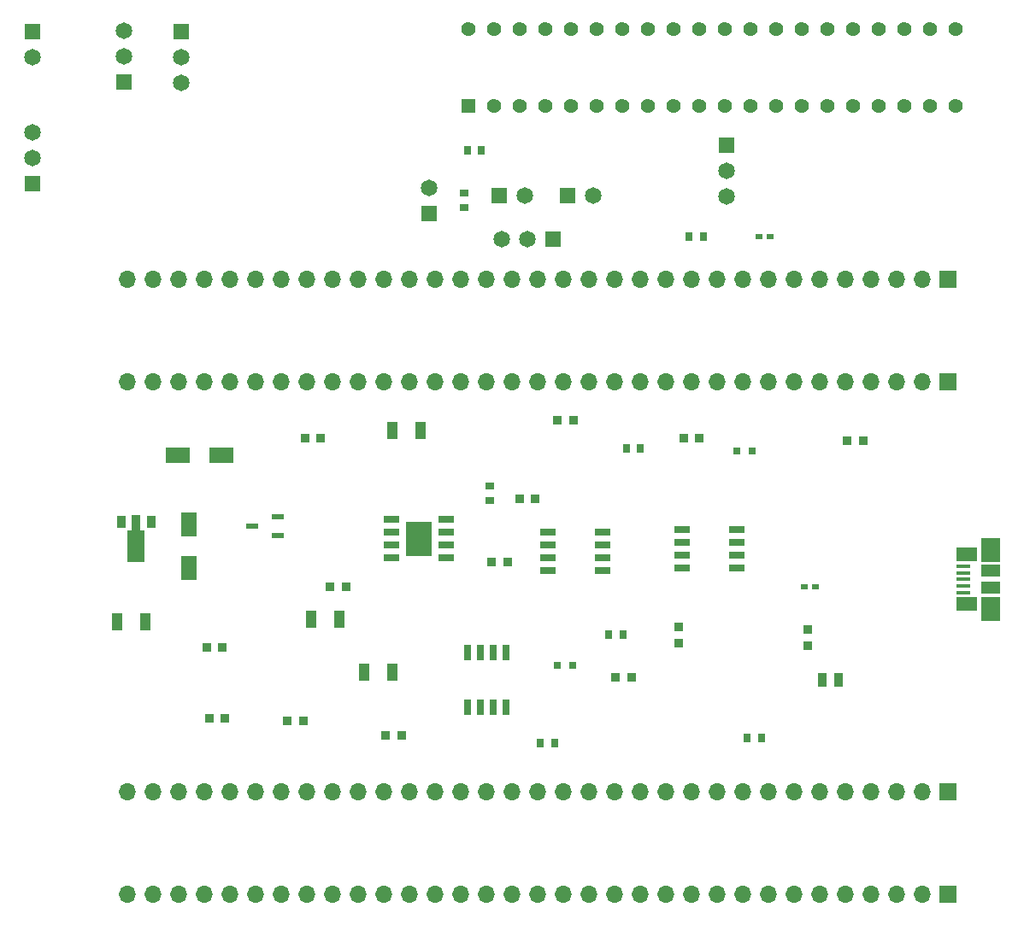
<source format=gbr>
%TF.GenerationSoftware,KiCad,Pcbnew,(6.0.2)*%
%TF.CreationDate,2022-04-25T13:09:05+02:00*%
%TF.ProjectId,main,6d61696e-2e6b-4696-9361-645f70636258,rev?*%
%TF.SameCoordinates,Original*%
%TF.FileFunction,Soldermask,Top*%
%TF.FilePolarity,Negative*%
%FSLAX46Y46*%
G04 Gerber Fmt 4.6, Leading zero omitted, Abs format (unit mm)*
G04 Created by KiCad (PCBNEW (6.0.2)) date 2022-04-25 13:09:05*
%MOMM*%
%LPD*%
G01*
G04 APERTURE LIST*
G04 Aperture macros list*
%AMFreePoly0*
4,1,9,3.862500,-0.866500,0.737500,-0.866500,0.737500,-0.450000,-0.737500,-0.450000,-0.737500,0.450000,0.737500,0.450000,0.737500,0.866500,3.862500,0.866500,3.862500,-0.866500,3.862500,-0.866500,$1*%
G04 Aperture macros list end*
%ADD10R,1.650000X1.650000*%
%ADD11C,1.650000*%
%ADD12R,0.940000X0.730000*%
%ADD13R,1.050000X1.820000*%
%ADD14R,0.950000X0.900000*%
%ADD15R,1.525000X0.700000*%
%ADD16R,2.513000X3.402000*%
%ADD17R,0.900000X0.950000*%
%ADD18R,0.730000X0.940000*%
%ADD19R,1.525000X0.650000*%
%ADD20R,1.380000X0.450000*%
%ADD21R,2.100000X1.475000*%
%ADD22R,1.900000X1.175000*%
%ADD23R,1.900000X2.375000*%
%ADD24R,1.200000X0.600000*%
%ADD25R,1.550000X2.350000*%
%ADD26R,1.700000X1.700000*%
%ADD27O,1.700000X1.700000*%
%ADD28R,0.800000X0.800000*%
%ADD29R,0.750000X0.600000*%
%ADD30R,0.650000X1.525000*%
%ADD31R,0.910000X1.390000*%
%ADD32R,1.425000X1.425000*%
%ADD33C,1.425000*%
%ADD34R,2.350000X1.550000*%
%ADD35R,0.900000X1.300000*%
%ADD36FreePoly0,270.000000*%
G04 APERTURE END LIST*
D10*
%TO.C,J6*%
X129480000Y-69000000D03*
D11*
X132020000Y-69000000D03*
%TD*%
D12*
%TO.C,C1*%
X128500000Y-99210000D03*
X128500000Y-97790000D03*
%TD*%
D13*
%TO.C,C2*%
X118860000Y-92250000D03*
X121640000Y-92250000D03*
%TD*%
D14*
%TO.C,R12*%
X160000000Y-113550000D03*
X160000000Y-111950000D03*
%TD*%
D10*
%TO.C,J10*%
X83250000Y-52750000D03*
D11*
X83250000Y-55290000D03*
%TD*%
D15*
%TO.C,IC4*%
X124212000Y-104905000D03*
X124212000Y-103635000D03*
X124212000Y-102365000D03*
X124212000Y-101095000D03*
X118788000Y-101095000D03*
X118788000Y-102365000D03*
X118788000Y-103635000D03*
X118788000Y-104905000D03*
D16*
X121500000Y-103000000D03*
%TD*%
D17*
%TO.C,R1*%
X110200000Y-93000000D03*
X111800000Y-93000000D03*
%TD*%
%TO.C,R11*%
X163950000Y-93250000D03*
X165550000Y-93250000D03*
%TD*%
%TO.C,R8*%
X131450000Y-99000000D03*
X133050000Y-99000000D03*
%TD*%
D18*
%TO.C,C11*%
X140290000Y-112500000D03*
X141710000Y-112500000D03*
%TD*%
D19*
%TO.C,IC2*%
X147538000Y-102095000D03*
X147538000Y-103365000D03*
X147538000Y-104635000D03*
X147538000Y-105905000D03*
X152962000Y-105905000D03*
X152962000Y-104635000D03*
X152962000Y-103365000D03*
X152962000Y-102095000D03*
%TD*%
D20*
%TO.C,J5*%
X175440000Y-108300000D03*
X175440000Y-107650000D03*
X175440000Y-107000000D03*
X175440000Y-106350000D03*
X175440000Y-105700000D03*
D21*
X175800000Y-104547500D03*
X175800000Y-109452500D03*
D22*
X178100000Y-107837500D03*
X178100000Y-106162500D03*
D23*
X178100000Y-109912500D03*
X178100000Y-104087500D03*
%TD*%
D24*
%TO.C,Q1*%
X107500000Y-102700000D03*
X107500000Y-100800000D03*
X105000000Y-101750000D03*
%TD*%
D17*
%TO.C,R3*%
X118200000Y-122500000D03*
X119800000Y-122500000D03*
%TD*%
D25*
%TO.C,D1*%
X98750000Y-101600000D03*
X98750000Y-105900000D03*
%TD*%
D13*
%TO.C,C8*%
X116110000Y-116250000D03*
X118890000Y-116250000D03*
%TD*%
D10*
%TO.C,J9*%
X122500000Y-70770000D03*
D11*
X122500000Y-68230000D03*
%TD*%
D26*
%TO.C,J2*%
X173870000Y-87440000D03*
D27*
X171330000Y-87440000D03*
X168790000Y-87440000D03*
X166250000Y-87440000D03*
X163710000Y-87440000D03*
X161170000Y-87440000D03*
X158630000Y-87440000D03*
X156090000Y-87440000D03*
X153550000Y-87440000D03*
X151010000Y-87440000D03*
X148470000Y-87440000D03*
X145930000Y-87440000D03*
X143390000Y-87440000D03*
X140850000Y-87440000D03*
X138310000Y-87440000D03*
X135770000Y-87440000D03*
X133230000Y-87440000D03*
X130690000Y-87440000D03*
X128150000Y-87440000D03*
X125610000Y-87440000D03*
X123070000Y-87440000D03*
X120530000Y-87440000D03*
X117990000Y-87440000D03*
X115450000Y-87440000D03*
X112910000Y-87440000D03*
X110370000Y-87440000D03*
X107830000Y-87440000D03*
X105290000Y-87440000D03*
X102750000Y-87440000D03*
X100210000Y-87440000D03*
X97670000Y-87440000D03*
X95130000Y-87440000D03*
X92590000Y-87440000D03*
%TD*%
D28*
%TO.C,A1*%
X135250000Y-115500000D03*
X136750000Y-115500000D03*
%TD*%
D13*
%TO.C,C6*%
X113640000Y-111000000D03*
X110860000Y-111000000D03*
%TD*%
D10*
%TO.C,J8*%
X98000000Y-52710000D03*
D11*
X98000000Y-55250000D03*
X98000000Y-57790000D03*
%TD*%
D18*
%TO.C,C3*%
X127710000Y-64500000D03*
X126290000Y-64500000D03*
%TD*%
D10*
%TO.C,J13*%
X83250000Y-67790000D03*
D11*
X83250000Y-65250000D03*
X83250000Y-62710000D03*
%TD*%
D26*
%TO.C,J1*%
X173870000Y-77280000D03*
D27*
X171330000Y-77280000D03*
X168790000Y-77280000D03*
X166250000Y-77280000D03*
X163710000Y-77280000D03*
X161170000Y-77280000D03*
X158630000Y-77280000D03*
X156090000Y-77280000D03*
X153550000Y-77280000D03*
X151010000Y-77280000D03*
X148470000Y-77280000D03*
X145930000Y-77280000D03*
X143390000Y-77280000D03*
X140850000Y-77280000D03*
X138310000Y-77280000D03*
X135770000Y-77280000D03*
X133230000Y-77280000D03*
X130690000Y-77280000D03*
X128150000Y-77280000D03*
X125610000Y-77280000D03*
X123070000Y-77280000D03*
X120530000Y-77280000D03*
X117990000Y-77280000D03*
X115450000Y-77280000D03*
X112910000Y-77280000D03*
X110370000Y-77280000D03*
X107830000Y-77280000D03*
X105290000Y-77280000D03*
X102750000Y-77280000D03*
X100210000Y-77280000D03*
X97670000Y-77280000D03*
X95130000Y-77280000D03*
X92590000Y-77280000D03*
%TD*%
D18*
%TO.C,C12*%
X142040000Y-94000000D03*
X143460000Y-94000000D03*
%TD*%
D29*
%TO.C,R6*%
X159700000Y-107750000D03*
X160800000Y-107750000D03*
%TD*%
D17*
%TO.C,R4*%
X147700000Y-93000000D03*
X149300000Y-93000000D03*
%TD*%
D30*
%TO.C,IC3*%
X126345000Y-119712000D03*
X127615000Y-119712000D03*
X128885000Y-119712000D03*
X130155000Y-119712000D03*
X130155000Y-114288000D03*
X128885000Y-114288000D03*
X127615000Y-114288000D03*
X126345000Y-114288000D03*
%TD*%
D17*
%TO.C,R14*%
X108450000Y-121000000D03*
X110050000Y-121000000D03*
%TD*%
D18*
%TO.C,C10*%
X148290000Y-73000000D03*
X149710000Y-73000000D03*
%TD*%
D14*
%TO.C,R13*%
X147250000Y-113300000D03*
X147250000Y-111700000D03*
%TD*%
D26*
%TO.C,J4*%
X173870000Y-138240000D03*
D27*
X171330000Y-138240000D03*
X168790000Y-138240000D03*
X166250000Y-138240000D03*
X163710000Y-138240000D03*
X161170000Y-138240000D03*
X158630000Y-138240000D03*
X156090000Y-138240000D03*
X153550000Y-138240000D03*
X151010000Y-138240000D03*
X148470000Y-138240000D03*
X145930000Y-138240000D03*
X143390000Y-138240000D03*
X140850000Y-138240000D03*
X138310000Y-138240000D03*
X135770000Y-138240000D03*
X133230000Y-138240000D03*
X130690000Y-138240000D03*
X128150000Y-138240000D03*
X125610000Y-138240000D03*
X123070000Y-138240000D03*
X120530000Y-138240000D03*
X117990000Y-138240000D03*
X115450000Y-138240000D03*
X112910000Y-138240000D03*
X110370000Y-138240000D03*
X107830000Y-138240000D03*
X105290000Y-138240000D03*
X102750000Y-138240000D03*
X100210000Y-138240000D03*
X97670000Y-138240000D03*
X95130000Y-138240000D03*
X92590000Y-138240000D03*
%TD*%
D17*
%TO.C,R9*%
X140950000Y-116750000D03*
X142550000Y-116750000D03*
%TD*%
D12*
%TO.C,C13*%
X126000000Y-70170000D03*
X126000000Y-68750000D03*
%TD*%
D31*
%TO.C,C5*%
X161430000Y-117000000D03*
X163070000Y-117000000D03*
%TD*%
D32*
%TO.C,J11*%
X126370000Y-60060000D03*
D33*
X128910000Y-60060000D03*
X131450000Y-60060000D03*
X133990000Y-60060000D03*
X136530000Y-60060000D03*
X139070000Y-60060000D03*
X141610000Y-60060000D03*
X144150000Y-60060000D03*
X146690000Y-60060000D03*
X149230000Y-60060000D03*
X151770000Y-60060000D03*
X154310000Y-60060000D03*
X156850000Y-60060000D03*
X159390000Y-60060000D03*
X161930000Y-60060000D03*
X164470000Y-60060000D03*
X167010000Y-60060000D03*
X169550000Y-60060000D03*
X172090000Y-60060000D03*
X174630000Y-60060000D03*
X174630000Y-52440000D03*
X172090000Y-52440000D03*
X169550000Y-52440000D03*
X167010000Y-52440000D03*
X164470000Y-52440000D03*
X161930000Y-52440000D03*
X159390000Y-52440000D03*
X156850000Y-52440000D03*
X154310000Y-52440000D03*
X151770000Y-52440000D03*
X149230000Y-52440000D03*
X146690000Y-52440000D03*
X144150000Y-52440000D03*
X141610000Y-52440000D03*
X139070000Y-52440000D03*
X136530000Y-52440000D03*
X133990000Y-52440000D03*
X131450000Y-52440000D03*
X128910000Y-52440000D03*
X126370000Y-52440000D03*
%TD*%
D34*
%TO.C,D2*%
X97600000Y-94750000D03*
X101900000Y-94750000D03*
%TD*%
D26*
%TO.C,J3*%
X173870000Y-128080000D03*
D27*
X171330000Y-128080000D03*
X168790000Y-128080000D03*
X166250000Y-128080000D03*
X163710000Y-128080000D03*
X161170000Y-128080000D03*
X158630000Y-128080000D03*
X156090000Y-128080000D03*
X153550000Y-128080000D03*
X151010000Y-128080000D03*
X148470000Y-128080000D03*
X145930000Y-128080000D03*
X143390000Y-128080000D03*
X140850000Y-128080000D03*
X138310000Y-128080000D03*
X135770000Y-128080000D03*
X133230000Y-128080000D03*
X130690000Y-128080000D03*
X128150000Y-128080000D03*
X125610000Y-128080000D03*
X123070000Y-128080000D03*
X120530000Y-128080000D03*
X117990000Y-128080000D03*
X115450000Y-128080000D03*
X112910000Y-128080000D03*
X110370000Y-128080000D03*
X107830000Y-128080000D03*
X105290000Y-128080000D03*
X102750000Y-128080000D03*
X100210000Y-128080000D03*
X97670000Y-128080000D03*
X95130000Y-128080000D03*
X92590000Y-128080000D03*
%TD*%
D10*
%TO.C,J12*%
X92250000Y-57750000D03*
D11*
X92250000Y-55210000D03*
X92250000Y-52670000D03*
%TD*%
D13*
%TO.C,C7*%
X91610000Y-111250000D03*
X94390000Y-111250000D03*
%TD*%
D35*
%TO.C,U1*%
X95000000Y-101350000D03*
D36*
X93500000Y-101437500D03*
D35*
X92000000Y-101350000D03*
%TD*%
D10*
%TO.C,J7*%
X136230000Y-69000000D03*
D11*
X138770000Y-69000000D03*
%TD*%
D10*
%TO.C,J14*%
X134790000Y-73250000D03*
D11*
X132250000Y-73250000D03*
X129710000Y-73250000D03*
%TD*%
D18*
%TO.C,C4*%
X133540000Y-123250000D03*
X134960000Y-123250000D03*
%TD*%
D17*
%TO.C,R5*%
X135200000Y-91250000D03*
X136800000Y-91250000D03*
%TD*%
%TO.C,R2*%
X112700000Y-107750000D03*
X114300000Y-107750000D03*
%TD*%
D19*
%TO.C,IC1*%
X134288000Y-102345000D03*
X134288000Y-103615000D03*
X134288000Y-104885000D03*
X134288000Y-106155000D03*
X139712000Y-106155000D03*
X139712000Y-104885000D03*
X139712000Y-103615000D03*
X139712000Y-102345000D03*
%TD*%
D17*
%TO.C,R10*%
X130300000Y-105250000D03*
X128700000Y-105250000D03*
%TD*%
%TO.C,LED1*%
X100500000Y-113750000D03*
X102000000Y-113750000D03*
%TD*%
D29*
%TO.C,R7*%
X155200000Y-73000000D03*
X156300000Y-73000000D03*
%TD*%
D18*
%TO.C,C9*%
X154040000Y-122750000D03*
X155460000Y-122750000D03*
%TD*%
D17*
%TO.C,LED2*%
X102250000Y-120750000D03*
X100750000Y-120750000D03*
%TD*%
D10*
%TO.C,J15*%
X152000000Y-64000000D03*
D11*
X152000000Y-66540000D03*
X152000000Y-69080000D03*
%TD*%
D28*
%TO.C,A2*%
X153000000Y-94250000D03*
X154500000Y-94250000D03*
%TD*%
M02*

</source>
